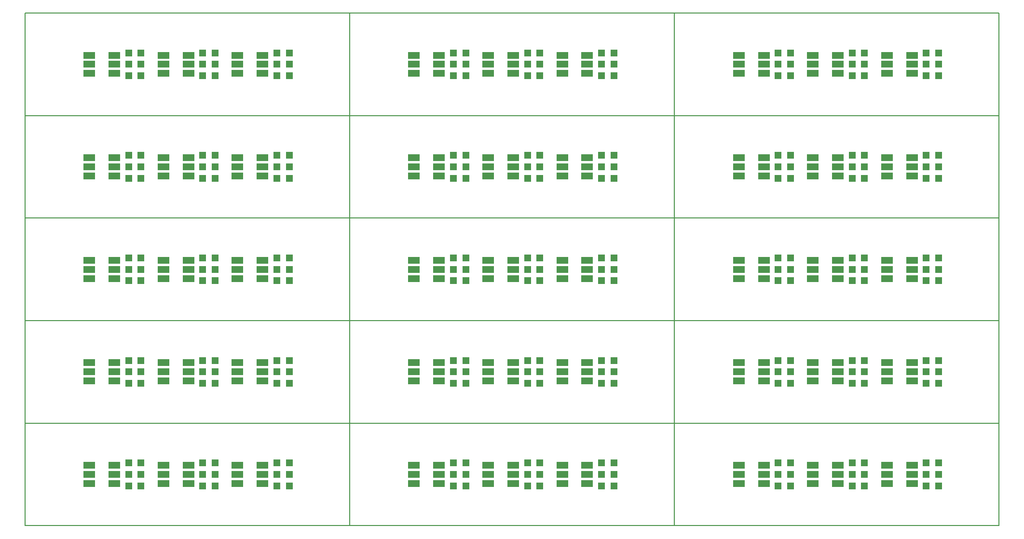
<source format=gbp>
%FSLAX25Y25*%
%MOIN*%
G70*
G01*
G75*
G04 Layer_Color=128*
%ADD10C,0.00787*%
%ADD11R,0.03543X0.03543*%
%ADD12R,0.05000X0.05000*%
%ADD13R,0.04000X0.07480*%
%ADD14R,0.03150X0.03150*%
%ADD15R,0.03150X0.03150*%
%ADD16R,0.03543X0.03543*%
%ADD17R,0.02559X0.01181*%
%ADD18R,0.01181X0.02559*%
%ADD19R,0.13583X0.13583*%
%ADD20R,0.09370X0.06496*%
%ADD21R,0.00984X0.02756*%
%ADD22R,0.03600X0.03600*%
%ADD23R,0.05000X0.03600*%
%ADD24C,0.01000*%
%ADD25C,0.01969*%
%ADD26C,0.00984*%
%ADD27C,0.00600*%
%ADD28R,0.05512X0.05512*%
%ADD29C,0.07000*%
%ADD30R,0.07000X0.07000*%
%ADD31C,0.05000*%
%ADD32C,0.03150*%
%ADD33C,0.03150*%
%ADD34R,0.07874X0.05118*%
%ADD35C,0.00800*%
%ADD36C,0.02000*%
%ADD37C,0.00591*%
%ADD38R,0.12795X0.12795*%
%ADD39R,0.08583X0.05709*%
%ADD40R,0.00827X0.02598*%
%ADD41R,0.04343X0.04343*%
%ADD42R,0.05800X0.05800*%
%ADD43R,0.04800X0.08280*%
%ADD44R,0.03950X0.03950*%
%ADD45R,0.03950X0.03950*%
%ADD46R,0.04343X0.04343*%
%ADD47R,0.03359X0.01981*%
%ADD48R,0.01981X0.03359*%
%ADD49R,0.14383X0.14383*%
%ADD50R,0.09685X0.06811*%
%ADD51R,0.01299X0.03071*%
%ADD52R,0.04400X0.04400*%
%ADD53R,0.05800X0.04400*%
%ADD54R,0.06312X0.06312*%
%ADD55C,0.07800*%
%ADD56R,0.07800X0.07800*%
%ADD57C,0.05800*%
%ADD58C,0.03950*%
%ADD59R,0.08674X0.05918*%
D10*
X0Y0D02*
Y70866D01*
X224410D01*
Y0D02*
Y70866D01*
X0Y0D02*
X224410D01*
Y70866D01*
X448819D01*
Y0D02*
Y70866D01*
X224410Y0D02*
X448819D01*
Y70866D01*
X673228D01*
Y0D02*
Y70866D01*
X448819Y0D02*
X673228D01*
X0Y70866D02*
Y141732D01*
X224410D01*
Y70866D02*
Y141732D01*
X0Y70866D02*
X224410D01*
Y141732D01*
X448819D01*
Y70866D02*
Y141732D01*
X224410Y70866D02*
X448819D01*
Y141732D01*
X673228D01*
Y70866D02*
Y141732D01*
X448819Y70866D02*
X673228D01*
X0Y141732D02*
Y212598D01*
X224410D01*
Y141732D02*
Y212598D01*
X0Y141732D02*
X224410D01*
Y212598D01*
X448819D01*
Y141732D02*
Y212598D01*
X224410Y141732D02*
X448819D01*
Y212598D01*
X673228D01*
Y141732D02*
Y212598D01*
X448819Y141732D02*
X673228D01*
X0Y212598D02*
Y283465D01*
X224410D01*
Y212598D02*
Y283465D01*
X0Y212598D02*
X224410D01*
Y283465D01*
X448819D01*
Y212598D02*
Y283465D01*
X224410Y212598D02*
X448819D01*
Y283465D01*
X673228D01*
Y212598D02*
Y283465D01*
X448819Y212598D02*
X673228D01*
X0Y283465D02*
Y354331D01*
X224410D01*
Y283465D02*
Y354331D01*
X0Y283465D02*
X224410D01*
Y354331D01*
X448819D01*
Y283465D02*
Y354331D01*
X224410Y283465D02*
X448819D01*
Y354331D01*
X673228D01*
Y283465D02*
Y354331D01*
X448819Y283465D02*
X673228D01*
D12*
X174097Y43307D02*
D03*
X182597D02*
D03*
X174097Y35433D02*
D03*
X182597D02*
D03*
X174097Y27559D02*
D03*
X182597D02*
D03*
X71734Y35433D02*
D03*
X80234D02*
D03*
X122915Y43307D02*
D03*
X131415D02*
D03*
X122915Y27559D02*
D03*
X131415D02*
D03*
X122915Y35433D02*
D03*
X131415D02*
D03*
X71734Y43307D02*
D03*
X80234D02*
D03*
X71734Y27559D02*
D03*
X80234D02*
D03*
X398506Y43307D02*
D03*
X407006D02*
D03*
X398506Y35433D02*
D03*
X407006D02*
D03*
X398506Y27559D02*
D03*
X407006D02*
D03*
X296144Y35433D02*
D03*
X304644D02*
D03*
X347325Y43307D02*
D03*
X355825D02*
D03*
X347325Y27559D02*
D03*
X355825D02*
D03*
X347325Y35433D02*
D03*
X355825D02*
D03*
X296144Y43307D02*
D03*
X304644D02*
D03*
X296144Y27559D02*
D03*
X304644D02*
D03*
X622915Y43307D02*
D03*
X631415D02*
D03*
X622915Y35433D02*
D03*
X631415D02*
D03*
X622915Y27559D02*
D03*
X631415D02*
D03*
X520553Y35433D02*
D03*
X529053D02*
D03*
X571734Y43307D02*
D03*
X580234D02*
D03*
X571734Y27559D02*
D03*
X580234D02*
D03*
X571734Y35433D02*
D03*
X580234D02*
D03*
X520553Y43307D02*
D03*
X529053D02*
D03*
X520553Y27559D02*
D03*
X529053D02*
D03*
X174097Y114173D02*
D03*
X182597D02*
D03*
X174097Y106299D02*
D03*
X182597D02*
D03*
X174097Y98425D02*
D03*
X182597D02*
D03*
X71734Y106299D02*
D03*
X80234D02*
D03*
X122915Y114173D02*
D03*
X131415D02*
D03*
X122915Y98425D02*
D03*
X131415D02*
D03*
X122915Y106299D02*
D03*
X131415D02*
D03*
X71734Y114173D02*
D03*
X80234D02*
D03*
X71734Y98425D02*
D03*
X80234D02*
D03*
X398506Y114173D02*
D03*
X407006D02*
D03*
X398506Y106299D02*
D03*
X407006D02*
D03*
X398506Y98425D02*
D03*
X407006D02*
D03*
X296144Y106299D02*
D03*
X304644D02*
D03*
X347325Y114173D02*
D03*
X355825D02*
D03*
X347325Y98425D02*
D03*
X355825D02*
D03*
X347325Y106299D02*
D03*
X355825D02*
D03*
X296144Y114173D02*
D03*
X304644D02*
D03*
X296144Y98425D02*
D03*
X304644D02*
D03*
X622915Y114173D02*
D03*
X631415D02*
D03*
X622915Y106299D02*
D03*
X631415D02*
D03*
X622915Y98425D02*
D03*
X631415D02*
D03*
X520553Y106299D02*
D03*
X529053D02*
D03*
X571734Y114173D02*
D03*
X580234D02*
D03*
X571734Y98425D02*
D03*
X580234D02*
D03*
X571734Y106299D02*
D03*
X580234D02*
D03*
X520553Y114173D02*
D03*
X529053D02*
D03*
X520553Y98425D02*
D03*
X529053D02*
D03*
X174097Y185039D02*
D03*
X182597D02*
D03*
X174097Y177165D02*
D03*
X182597D02*
D03*
X174097Y169291D02*
D03*
X182597D02*
D03*
X71734Y177165D02*
D03*
X80234D02*
D03*
X122915Y185039D02*
D03*
X131415D02*
D03*
X122915Y169291D02*
D03*
X131415D02*
D03*
X122915Y177165D02*
D03*
X131415D02*
D03*
X71734Y185039D02*
D03*
X80234D02*
D03*
X71734Y169291D02*
D03*
X80234D02*
D03*
X398506Y185039D02*
D03*
X407006D02*
D03*
X398506Y177165D02*
D03*
X407006D02*
D03*
X398506Y169291D02*
D03*
X407006D02*
D03*
X296144Y177165D02*
D03*
X304644D02*
D03*
X347325Y185039D02*
D03*
X355825D02*
D03*
X347325Y169291D02*
D03*
X355825D02*
D03*
X347325Y177165D02*
D03*
X355825D02*
D03*
X296144Y185039D02*
D03*
X304644D02*
D03*
X296144Y169291D02*
D03*
X304644D02*
D03*
X622915Y185039D02*
D03*
X631415D02*
D03*
X622915Y177165D02*
D03*
X631415D02*
D03*
X622915Y169291D02*
D03*
X631415D02*
D03*
X520553Y177165D02*
D03*
X529053D02*
D03*
X571734Y185039D02*
D03*
X580234D02*
D03*
X571734Y169291D02*
D03*
X580234D02*
D03*
X571734Y177165D02*
D03*
X580234D02*
D03*
X520553Y185039D02*
D03*
X529053D02*
D03*
X520553Y169291D02*
D03*
X529053D02*
D03*
X174097Y255906D02*
D03*
X182597D02*
D03*
X174097Y248031D02*
D03*
X182597D02*
D03*
X174097Y240158D02*
D03*
X182597D02*
D03*
X71734Y248031D02*
D03*
X80234D02*
D03*
X122915Y255906D02*
D03*
X131415D02*
D03*
X122915Y240158D02*
D03*
X131415D02*
D03*
X122915Y248031D02*
D03*
X131415D02*
D03*
X71734Y255906D02*
D03*
X80234D02*
D03*
X71734Y240158D02*
D03*
X80234D02*
D03*
X398506Y255906D02*
D03*
X407006D02*
D03*
X398506Y248031D02*
D03*
X407006D02*
D03*
X398506Y240158D02*
D03*
X407006D02*
D03*
X296144Y248031D02*
D03*
X304644D02*
D03*
X347325Y255906D02*
D03*
X355825D02*
D03*
X347325Y240158D02*
D03*
X355825D02*
D03*
X347325Y248031D02*
D03*
X355825D02*
D03*
X296144Y255906D02*
D03*
X304644D02*
D03*
X296144Y240158D02*
D03*
X304644D02*
D03*
X622915Y255906D02*
D03*
X631415D02*
D03*
X622915Y248031D02*
D03*
X631415D02*
D03*
X622915Y240158D02*
D03*
X631415D02*
D03*
X520553Y248031D02*
D03*
X529053D02*
D03*
X571734Y255906D02*
D03*
X580234D02*
D03*
X571734Y240158D02*
D03*
X580234D02*
D03*
X571734Y248031D02*
D03*
X580234D02*
D03*
X520553Y255906D02*
D03*
X529053D02*
D03*
X520553Y240158D02*
D03*
X529053D02*
D03*
X174097Y326772D02*
D03*
X182597D02*
D03*
X174097Y318898D02*
D03*
X182597D02*
D03*
X174097Y311024D02*
D03*
X182597D02*
D03*
X71734Y318898D02*
D03*
X80234D02*
D03*
X122915Y326772D02*
D03*
X131415D02*
D03*
X122915Y311024D02*
D03*
X131415D02*
D03*
X122915Y318898D02*
D03*
X131415D02*
D03*
X71734Y326772D02*
D03*
X80234D02*
D03*
X71734Y311024D02*
D03*
X80234D02*
D03*
X398506Y326772D02*
D03*
X407006D02*
D03*
X398506Y318898D02*
D03*
X407006D02*
D03*
X398506Y311024D02*
D03*
X407006D02*
D03*
X296144Y318898D02*
D03*
X304644D02*
D03*
X347325Y326772D02*
D03*
X355825D02*
D03*
X347325Y311024D02*
D03*
X355825D02*
D03*
X347325Y318898D02*
D03*
X355825D02*
D03*
X296144Y326772D02*
D03*
X304644D02*
D03*
X296144Y311024D02*
D03*
X304644D02*
D03*
X622915Y326772D02*
D03*
X631415D02*
D03*
X622915Y318898D02*
D03*
X631415D02*
D03*
X622915Y311024D02*
D03*
X631415D02*
D03*
X520553Y318898D02*
D03*
X529053D02*
D03*
X571734Y326772D02*
D03*
X580234D02*
D03*
X571734Y311024D02*
D03*
X580234D02*
D03*
X571734Y318898D02*
D03*
X580234D02*
D03*
X520553Y326772D02*
D03*
X529053D02*
D03*
X520553Y311024D02*
D03*
X529053D02*
D03*
D34*
X61811Y41732D02*
D03*
Y35433D02*
D03*
Y29134D02*
D03*
X44488Y41732D02*
D03*
Y35433D02*
D03*
Y29134D02*
D03*
X112992Y41732D02*
D03*
Y35433D02*
D03*
Y29134D02*
D03*
X95669Y41732D02*
D03*
Y35433D02*
D03*
Y29134D02*
D03*
X164173Y41732D02*
D03*
Y35433D02*
D03*
Y29134D02*
D03*
X146850Y41732D02*
D03*
Y35433D02*
D03*
Y29134D02*
D03*
X286221Y41732D02*
D03*
Y35433D02*
D03*
Y29134D02*
D03*
X268898Y41732D02*
D03*
Y35433D02*
D03*
Y29134D02*
D03*
X337402Y41732D02*
D03*
Y35433D02*
D03*
Y29134D02*
D03*
X320079Y41732D02*
D03*
Y35433D02*
D03*
Y29134D02*
D03*
X388583Y41732D02*
D03*
Y35433D02*
D03*
Y29134D02*
D03*
X371260Y41732D02*
D03*
Y35433D02*
D03*
Y29134D02*
D03*
X510630Y41732D02*
D03*
Y35433D02*
D03*
Y29134D02*
D03*
X493307Y41732D02*
D03*
Y35433D02*
D03*
Y29134D02*
D03*
X561811Y41732D02*
D03*
Y35433D02*
D03*
Y29134D02*
D03*
X544488Y41732D02*
D03*
Y35433D02*
D03*
Y29134D02*
D03*
X612992Y41732D02*
D03*
Y35433D02*
D03*
Y29134D02*
D03*
X595669Y41732D02*
D03*
Y35433D02*
D03*
Y29134D02*
D03*
X61811Y112598D02*
D03*
Y106299D02*
D03*
Y100000D02*
D03*
X44488Y112598D02*
D03*
Y106299D02*
D03*
Y100000D02*
D03*
X112992Y112598D02*
D03*
Y106299D02*
D03*
Y100000D02*
D03*
X95669Y112598D02*
D03*
Y106299D02*
D03*
Y100000D02*
D03*
X164173Y112598D02*
D03*
Y106299D02*
D03*
Y100000D02*
D03*
X146850Y112598D02*
D03*
Y106299D02*
D03*
Y100000D02*
D03*
X286221Y112598D02*
D03*
Y106299D02*
D03*
Y100000D02*
D03*
X268898Y112598D02*
D03*
Y106299D02*
D03*
Y100000D02*
D03*
X337402Y112598D02*
D03*
Y106299D02*
D03*
Y100000D02*
D03*
X320079Y112598D02*
D03*
Y106299D02*
D03*
Y100000D02*
D03*
X388583Y112598D02*
D03*
Y106299D02*
D03*
Y100000D02*
D03*
X371260Y112598D02*
D03*
Y106299D02*
D03*
Y100000D02*
D03*
X510630Y112598D02*
D03*
Y106299D02*
D03*
Y100000D02*
D03*
X493307Y112598D02*
D03*
Y106299D02*
D03*
Y100000D02*
D03*
X561811Y112598D02*
D03*
Y106299D02*
D03*
Y100000D02*
D03*
X544488Y112598D02*
D03*
Y106299D02*
D03*
Y100000D02*
D03*
X612992Y112598D02*
D03*
Y106299D02*
D03*
Y100000D02*
D03*
X595669Y112598D02*
D03*
Y106299D02*
D03*
Y100000D02*
D03*
X61811Y183465D02*
D03*
Y177165D02*
D03*
Y170866D02*
D03*
X44488Y183465D02*
D03*
Y177165D02*
D03*
Y170866D02*
D03*
X112992Y183465D02*
D03*
Y177165D02*
D03*
Y170866D02*
D03*
X95669Y183465D02*
D03*
Y177165D02*
D03*
Y170866D02*
D03*
X164173Y183465D02*
D03*
Y177165D02*
D03*
Y170866D02*
D03*
X146850Y183465D02*
D03*
Y177165D02*
D03*
Y170866D02*
D03*
X286221Y183465D02*
D03*
Y177165D02*
D03*
Y170866D02*
D03*
X268898Y183465D02*
D03*
Y177165D02*
D03*
Y170866D02*
D03*
X337402Y183465D02*
D03*
Y177165D02*
D03*
Y170866D02*
D03*
X320079Y183465D02*
D03*
Y177165D02*
D03*
Y170866D02*
D03*
X388583Y183465D02*
D03*
Y177165D02*
D03*
Y170866D02*
D03*
X371260Y183465D02*
D03*
Y177165D02*
D03*
Y170866D02*
D03*
X510630Y183465D02*
D03*
Y177165D02*
D03*
Y170866D02*
D03*
X493307Y183465D02*
D03*
Y177165D02*
D03*
Y170866D02*
D03*
X561811Y183465D02*
D03*
Y177165D02*
D03*
Y170866D02*
D03*
X544488Y183465D02*
D03*
Y177165D02*
D03*
Y170866D02*
D03*
X612992Y183465D02*
D03*
Y177165D02*
D03*
Y170866D02*
D03*
X595669Y183465D02*
D03*
Y177165D02*
D03*
Y170866D02*
D03*
X61811Y254331D02*
D03*
Y248031D02*
D03*
Y241732D02*
D03*
X44488Y254331D02*
D03*
Y248031D02*
D03*
Y241732D02*
D03*
X112992Y254331D02*
D03*
Y248031D02*
D03*
Y241732D02*
D03*
X95669Y254331D02*
D03*
Y248031D02*
D03*
Y241732D02*
D03*
X164173Y254331D02*
D03*
Y248031D02*
D03*
Y241732D02*
D03*
X146850Y254331D02*
D03*
Y248031D02*
D03*
Y241732D02*
D03*
X286221Y254331D02*
D03*
Y248031D02*
D03*
Y241732D02*
D03*
X268898Y254331D02*
D03*
Y248031D02*
D03*
Y241732D02*
D03*
X337402Y254331D02*
D03*
Y248031D02*
D03*
Y241732D02*
D03*
X320079Y254331D02*
D03*
Y248031D02*
D03*
Y241732D02*
D03*
X388583Y254331D02*
D03*
Y248031D02*
D03*
Y241732D02*
D03*
X371260Y254331D02*
D03*
Y248031D02*
D03*
Y241732D02*
D03*
X510630Y254331D02*
D03*
Y248031D02*
D03*
Y241732D02*
D03*
X493307Y254331D02*
D03*
Y248031D02*
D03*
Y241732D02*
D03*
X561811Y254331D02*
D03*
Y248031D02*
D03*
Y241732D02*
D03*
X544488Y254331D02*
D03*
Y248031D02*
D03*
Y241732D02*
D03*
X612992Y254331D02*
D03*
Y248031D02*
D03*
Y241732D02*
D03*
X595669Y254331D02*
D03*
Y248031D02*
D03*
Y241732D02*
D03*
X61811Y325197D02*
D03*
Y318898D02*
D03*
Y312598D02*
D03*
X44488Y325197D02*
D03*
Y318898D02*
D03*
Y312598D02*
D03*
X112992Y325197D02*
D03*
Y318898D02*
D03*
Y312598D02*
D03*
X95669Y325197D02*
D03*
Y318898D02*
D03*
Y312598D02*
D03*
X164173Y325197D02*
D03*
Y318898D02*
D03*
Y312598D02*
D03*
X146850Y325197D02*
D03*
Y318898D02*
D03*
Y312598D02*
D03*
X286221Y325197D02*
D03*
Y318898D02*
D03*
Y312598D02*
D03*
X268898Y325197D02*
D03*
Y318898D02*
D03*
Y312598D02*
D03*
X337402Y325197D02*
D03*
Y318898D02*
D03*
Y312598D02*
D03*
X320079Y325197D02*
D03*
Y318898D02*
D03*
Y312598D02*
D03*
X388583Y325197D02*
D03*
Y318898D02*
D03*
Y312598D02*
D03*
X371260Y325197D02*
D03*
Y318898D02*
D03*
Y312598D02*
D03*
X510630Y325197D02*
D03*
Y318898D02*
D03*
Y312598D02*
D03*
X493307Y325197D02*
D03*
Y318898D02*
D03*
Y312598D02*
D03*
X561811Y325197D02*
D03*
Y318898D02*
D03*
Y312598D02*
D03*
X544488Y325197D02*
D03*
Y318898D02*
D03*
Y312598D02*
D03*
X612992Y325197D02*
D03*
Y318898D02*
D03*
Y312598D02*
D03*
X595669Y325197D02*
D03*
Y318898D02*
D03*
Y312598D02*
D03*
M02*

</source>
